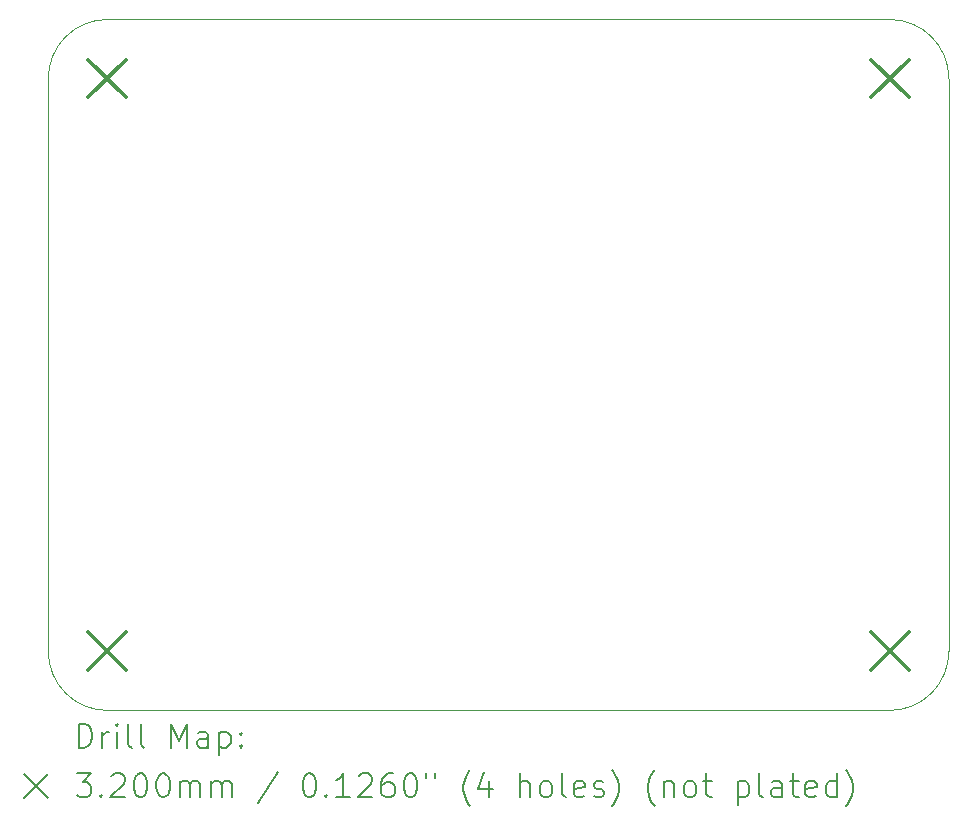
<source format=gbr>
%TF.GenerationSoftware,KiCad,Pcbnew,8.0.6*%
%TF.CreationDate,2024-12-25T20:40:00+07:00*%
%TF.ProjectId,Morphex-PCB,4d6f7270-6865-4782-9d50-43422e6b6963,rev?*%
%TF.SameCoordinates,Original*%
%TF.FileFunction,Drillmap*%
%TF.FilePolarity,Positive*%
%FSLAX45Y45*%
G04 Gerber Fmt 4.5, Leading zero omitted, Abs format (unit mm)*
G04 Created by KiCad (PCBNEW 8.0.6) date 2024-12-25 20:40:00*
%MOMM*%
%LPD*%
G01*
G04 APERTURE LIST*
%ADD10C,0.050000*%
%ADD11C,0.200000*%
%ADD12C,0.320000*%
G04 APERTURE END LIST*
D10*
X11750000Y-7750000D02*
X11750000Y-12600000D01*
X11750000Y-7750000D02*
G75*
G02*
X12250000Y-7250000I500000J0D01*
G01*
X18875000Y-7250000D02*
X12250000Y-7250000D01*
X12250000Y-13100000D02*
G75*
G02*
X11750000Y-12600000I0J500000D01*
G01*
X19375000Y-12600000D02*
G75*
G02*
X18875000Y-13100000I-500000J0D01*
G01*
X12250000Y-13100000D02*
X18875000Y-13100000D01*
X18875000Y-7250000D02*
G75*
G02*
X19375000Y-7750000I0J-500000D01*
G01*
X19375000Y-12600000D02*
X19375000Y-7750000D01*
D11*
D12*
X12090000Y-7590000D02*
X12410000Y-7910000D01*
X12410000Y-7590000D02*
X12090000Y-7910000D01*
X12090000Y-12440000D02*
X12410000Y-12760000D01*
X12410000Y-12440000D02*
X12090000Y-12760000D01*
X18715000Y-7590000D02*
X19035000Y-7910000D01*
X19035000Y-7590000D02*
X18715000Y-7910000D01*
X18715000Y-12440000D02*
X19035000Y-12760000D01*
X19035000Y-12440000D02*
X18715000Y-12760000D01*
D11*
X12008277Y-13413984D02*
X12008277Y-13213984D01*
X12008277Y-13213984D02*
X12055896Y-13213984D01*
X12055896Y-13213984D02*
X12084467Y-13223508D01*
X12084467Y-13223508D02*
X12103515Y-13242555D01*
X12103515Y-13242555D02*
X12113039Y-13261603D01*
X12113039Y-13261603D02*
X12122562Y-13299698D01*
X12122562Y-13299698D02*
X12122562Y-13328269D01*
X12122562Y-13328269D02*
X12113039Y-13366365D01*
X12113039Y-13366365D02*
X12103515Y-13385412D01*
X12103515Y-13385412D02*
X12084467Y-13404460D01*
X12084467Y-13404460D02*
X12055896Y-13413984D01*
X12055896Y-13413984D02*
X12008277Y-13413984D01*
X12208277Y-13413984D02*
X12208277Y-13280650D01*
X12208277Y-13318746D02*
X12217801Y-13299698D01*
X12217801Y-13299698D02*
X12227324Y-13290174D01*
X12227324Y-13290174D02*
X12246372Y-13280650D01*
X12246372Y-13280650D02*
X12265420Y-13280650D01*
X12332086Y-13413984D02*
X12332086Y-13280650D01*
X12332086Y-13213984D02*
X12322562Y-13223508D01*
X12322562Y-13223508D02*
X12332086Y-13233031D01*
X12332086Y-13233031D02*
X12341610Y-13223508D01*
X12341610Y-13223508D02*
X12332086Y-13213984D01*
X12332086Y-13213984D02*
X12332086Y-13233031D01*
X12455896Y-13413984D02*
X12436848Y-13404460D01*
X12436848Y-13404460D02*
X12427324Y-13385412D01*
X12427324Y-13385412D02*
X12427324Y-13213984D01*
X12560658Y-13413984D02*
X12541610Y-13404460D01*
X12541610Y-13404460D02*
X12532086Y-13385412D01*
X12532086Y-13385412D02*
X12532086Y-13213984D01*
X12789229Y-13413984D02*
X12789229Y-13213984D01*
X12789229Y-13213984D02*
X12855896Y-13356841D01*
X12855896Y-13356841D02*
X12922562Y-13213984D01*
X12922562Y-13213984D02*
X12922562Y-13413984D01*
X13103515Y-13413984D02*
X13103515Y-13309222D01*
X13103515Y-13309222D02*
X13093991Y-13290174D01*
X13093991Y-13290174D02*
X13074943Y-13280650D01*
X13074943Y-13280650D02*
X13036848Y-13280650D01*
X13036848Y-13280650D02*
X13017801Y-13290174D01*
X13103515Y-13404460D02*
X13084467Y-13413984D01*
X13084467Y-13413984D02*
X13036848Y-13413984D01*
X13036848Y-13413984D02*
X13017801Y-13404460D01*
X13017801Y-13404460D02*
X13008277Y-13385412D01*
X13008277Y-13385412D02*
X13008277Y-13366365D01*
X13008277Y-13366365D02*
X13017801Y-13347317D01*
X13017801Y-13347317D02*
X13036848Y-13337793D01*
X13036848Y-13337793D02*
X13084467Y-13337793D01*
X13084467Y-13337793D02*
X13103515Y-13328269D01*
X13198753Y-13280650D02*
X13198753Y-13480650D01*
X13198753Y-13290174D02*
X13217801Y-13280650D01*
X13217801Y-13280650D02*
X13255896Y-13280650D01*
X13255896Y-13280650D02*
X13274943Y-13290174D01*
X13274943Y-13290174D02*
X13284467Y-13299698D01*
X13284467Y-13299698D02*
X13293991Y-13318746D01*
X13293991Y-13318746D02*
X13293991Y-13375888D01*
X13293991Y-13375888D02*
X13284467Y-13394936D01*
X13284467Y-13394936D02*
X13274943Y-13404460D01*
X13274943Y-13404460D02*
X13255896Y-13413984D01*
X13255896Y-13413984D02*
X13217801Y-13413984D01*
X13217801Y-13413984D02*
X13198753Y-13404460D01*
X13379705Y-13394936D02*
X13389229Y-13404460D01*
X13389229Y-13404460D02*
X13379705Y-13413984D01*
X13379705Y-13413984D02*
X13370182Y-13404460D01*
X13370182Y-13404460D02*
X13379705Y-13394936D01*
X13379705Y-13394936D02*
X13379705Y-13413984D01*
X13379705Y-13290174D02*
X13389229Y-13299698D01*
X13389229Y-13299698D02*
X13379705Y-13309222D01*
X13379705Y-13309222D02*
X13370182Y-13299698D01*
X13370182Y-13299698D02*
X13379705Y-13290174D01*
X13379705Y-13290174D02*
X13379705Y-13309222D01*
X11547500Y-13642500D02*
X11747500Y-13842500D01*
X11747500Y-13642500D02*
X11547500Y-13842500D01*
X11989229Y-13633984D02*
X12113039Y-13633984D01*
X12113039Y-13633984D02*
X12046372Y-13710174D01*
X12046372Y-13710174D02*
X12074943Y-13710174D01*
X12074943Y-13710174D02*
X12093991Y-13719698D01*
X12093991Y-13719698D02*
X12103515Y-13729222D01*
X12103515Y-13729222D02*
X12113039Y-13748269D01*
X12113039Y-13748269D02*
X12113039Y-13795888D01*
X12113039Y-13795888D02*
X12103515Y-13814936D01*
X12103515Y-13814936D02*
X12093991Y-13824460D01*
X12093991Y-13824460D02*
X12074943Y-13833984D01*
X12074943Y-13833984D02*
X12017801Y-13833984D01*
X12017801Y-13833984D02*
X11998753Y-13824460D01*
X11998753Y-13824460D02*
X11989229Y-13814936D01*
X12198753Y-13814936D02*
X12208277Y-13824460D01*
X12208277Y-13824460D02*
X12198753Y-13833984D01*
X12198753Y-13833984D02*
X12189229Y-13824460D01*
X12189229Y-13824460D02*
X12198753Y-13814936D01*
X12198753Y-13814936D02*
X12198753Y-13833984D01*
X12284467Y-13653031D02*
X12293991Y-13643508D01*
X12293991Y-13643508D02*
X12313039Y-13633984D01*
X12313039Y-13633984D02*
X12360658Y-13633984D01*
X12360658Y-13633984D02*
X12379705Y-13643508D01*
X12379705Y-13643508D02*
X12389229Y-13653031D01*
X12389229Y-13653031D02*
X12398753Y-13672079D01*
X12398753Y-13672079D02*
X12398753Y-13691127D01*
X12398753Y-13691127D02*
X12389229Y-13719698D01*
X12389229Y-13719698D02*
X12274943Y-13833984D01*
X12274943Y-13833984D02*
X12398753Y-13833984D01*
X12522562Y-13633984D02*
X12541610Y-13633984D01*
X12541610Y-13633984D02*
X12560658Y-13643508D01*
X12560658Y-13643508D02*
X12570182Y-13653031D01*
X12570182Y-13653031D02*
X12579705Y-13672079D01*
X12579705Y-13672079D02*
X12589229Y-13710174D01*
X12589229Y-13710174D02*
X12589229Y-13757793D01*
X12589229Y-13757793D02*
X12579705Y-13795888D01*
X12579705Y-13795888D02*
X12570182Y-13814936D01*
X12570182Y-13814936D02*
X12560658Y-13824460D01*
X12560658Y-13824460D02*
X12541610Y-13833984D01*
X12541610Y-13833984D02*
X12522562Y-13833984D01*
X12522562Y-13833984D02*
X12503515Y-13824460D01*
X12503515Y-13824460D02*
X12493991Y-13814936D01*
X12493991Y-13814936D02*
X12484467Y-13795888D01*
X12484467Y-13795888D02*
X12474943Y-13757793D01*
X12474943Y-13757793D02*
X12474943Y-13710174D01*
X12474943Y-13710174D02*
X12484467Y-13672079D01*
X12484467Y-13672079D02*
X12493991Y-13653031D01*
X12493991Y-13653031D02*
X12503515Y-13643508D01*
X12503515Y-13643508D02*
X12522562Y-13633984D01*
X12713039Y-13633984D02*
X12732086Y-13633984D01*
X12732086Y-13633984D02*
X12751134Y-13643508D01*
X12751134Y-13643508D02*
X12760658Y-13653031D01*
X12760658Y-13653031D02*
X12770182Y-13672079D01*
X12770182Y-13672079D02*
X12779705Y-13710174D01*
X12779705Y-13710174D02*
X12779705Y-13757793D01*
X12779705Y-13757793D02*
X12770182Y-13795888D01*
X12770182Y-13795888D02*
X12760658Y-13814936D01*
X12760658Y-13814936D02*
X12751134Y-13824460D01*
X12751134Y-13824460D02*
X12732086Y-13833984D01*
X12732086Y-13833984D02*
X12713039Y-13833984D01*
X12713039Y-13833984D02*
X12693991Y-13824460D01*
X12693991Y-13824460D02*
X12684467Y-13814936D01*
X12684467Y-13814936D02*
X12674943Y-13795888D01*
X12674943Y-13795888D02*
X12665420Y-13757793D01*
X12665420Y-13757793D02*
X12665420Y-13710174D01*
X12665420Y-13710174D02*
X12674943Y-13672079D01*
X12674943Y-13672079D02*
X12684467Y-13653031D01*
X12684467Y-13653031D02*
X12693991Y-13643508D01*
X12693991Y-13643508D02*
X12713039Y-13633984D01*
X12865420Y-13833984D02*
X12865420Y-13700650D01*
X12865420Y-13719698D02*
X12874943Y-13710174D01*
X12874943Y-13710174D02*
X12893991Y-13700650D01*
X12893991Y-13700650D02*
X12922563Y-13700650D01*
X12922563Y-13700650D02*
X12941610Y-13710174D01*
X12941610Y-13710174D02*
X12951134Y-13729222D01*
X12951134Y-13729222D02*
X12951134Y-13833984D01*
X12951134Y-13729222D02*
X12960658Y-13710174D01*
X12960658Y-13710174D02*
X12979705Y-13700650D01*
X12979705Y-13700650D02*
X13008277Y-13700650D01*
X13008277Y-13700650D02*
X13027324Y-13710174D01*
X13027324Y-13710174D02*
X13036848Y-13729222D01*
X13036848Y-13729222D02*
X13036848Y-13833984D01*
X13132086Y-13833984D02*
X13132086Y-13700650D01*
X13132086Y-13719698D02*
X13141610Y-13710174D01*
X13141610Y-13710174D02*
X13160658Y-13700650D01*
X13160658Y-13700650D02*
X13189229Y-13700650D01*
X13189229Y-13700650D02*
X13208277Y-13710174D01*
X13208277Y-13710174D02*
X13217801Y-13729222D01*
X13217801Y-13729222D02*
X13217801Y-13833984D01*
X13217801Y-13729222D02*
X13227324Y-13710174D01*
X13227324Y-13710174D02*
X13246372Y-13700650D01*
X13246372Y-13700650D02*
X13274943Y-13700650D01*
X13274943Y-13700650D02*
X13293991Y-13710174D01*
X13293991Y-13710174D02*
X13303515Y-13729222D01*
X13303515Y-13729222D02*
X13303515Y-13833984D01*
X13693991Y-13624460D02*
X13522563Y-13881603D01*
X13951134Y-13633984D02*
X13970182Y-13633984D01*
X13970182Y-13633984D02*
X13989229Y-13643508D01*
X13989229Y-13643508D02*
X13998753Y-13653031D01*
X13998753Y-13653031D02*
X14008277Y-13672079D01*
X14008277Y-13672079D02*
X14017801Y-13710174D01*
X14017801Y-13710174D02*
X14017801Y-13757793D01*
X14017801Y-13757793D02*
X14008277Y-13795888D01*
X14008277Y-13795888D02*
X13998753Y-13814936D01*
X13998753Y-13814936D02*
X13989229Y-13824460D01*
X13989229Y-13824460D02*
X13970182Y-13833984D01*
X13970182Y-13833984D02*
X13951134Y-13833984D01*
X13951134Y-13833984D02*
X13932086Y-13824460D01*
X13932086Y-13824460D02*
X13922563Y-13814936D01*
X13922563Y-13814936D02*
X13913039Y-13795888D01*
X13913039Y-13795888D02*
X13903515Y-13757793D01*
X13903515Y-13757793D02*
X13903515Y-13710174D01*
X13903515Y-13710174D02*
X13913039Y-13672079D01*
X13913039Y-13672079D02*
X13922563Y-13653031D01*
X13922563Y-13653031D02*
X13932086Y-13643508D01*
X13932086Y-13643508D02*
X13951134Y-13633984D01*
X14103515Y-13814936D02*
X14113039Y-13824460D01*
X14113039Y-13824460D02*
X14103515Y-13833984D01*
X14103515Y-13833984D02*
X14093991Y-13824460D01*
X14093991Y-13824460D02*
X14103515Y-13814936D01*
X14103515Y-13814936D02*
X14103515Y-13833984D01*
X14303515Y-13833984D02*
X14189229Y-13833984D01*
X14246372Y-13833984D02*
X14246372Y-13633984D01*
X14246372Y-13633984D02*
X14227325Y-13662555D01*
X14227325Y-13662555D02*
X14208277Y-13681603D01*
X14208277Y-13681603D02*
X14189229Y-13691127D01*
X14379706Y-13653031D02*
X14389229Y-13643508D01*
X14389229Y-13643508D02*
X14408277Y-13633984D01*
X14408277Y-13633984D02*
X14455896Y-13633984D01*
X14455896Y-13633984D02*
X14474944Y-13643508D01*
X14474944Y-13643508D02*
X14484467Y-13653031D01*
X14484467Y-13653031D02*
X14493991Y-13672079D01*
X14493991Y-13672079D02*
X14493991Y-13691127D01*
X14493991Y-13691127D02*
X14484467Y-13719698D01*
X14484467Y-13719698D02*
X14370182Y-13833984D01*
X14370182Y-13833984D02*
X14493991Y-13833984D01*
X14665420Y-13633984D02*
X14627325Y-13633984D01*
X14627325Y-13633984D02*
X14608277Y-13643508D01*
X14608277Y-13643508D02*
X14598753Y-13653031D01*
X14598753Y-13653031D02*
X14579706Y-13681603D01*
X14579706Y-13681603D02*
X14570182Y-13719698D01*
X14570182Y-13719698D02*
X14570182Y-13795888D01*
X14570182Y-13795888D02*
X14579706Y-13814936D01*
X14579706Y-13814936D02*
X14589229Y-13824460D01*
X14589229Y-13824460D02*
X14608277Y-13833984D01*
X14608277Y-13833984D02*
X14646372Y-13833984D01*
X14646372Y-13833984D02*
X14665420Y-13824460D01*
X14665420Y-13824460D02*
X14674944Y-13814936D01*
X14674944Y-13814936D02*
X14684467Y-13795888D01*
X14684467Y-13795888D02*
X14684467Y-13748269D01*
X14684467Y-13748269D02*
X14674944Y-13729222D01*
X14674944Y-13729222D02*
X14665420Y-13719698D01*
X14665420Y-13719698D02*
X14646372Y-13710174D01*
X14646372Y-13710174D02*
X14608277Y-13710174D01*
X14608277Y-13710174D02*
X14589229Y-13719698D01*
X14589229Y-13719698D02*
X14579706Y-13729222D01*
X14579706Y-13729222D02*
X14570182Y-13748269D01*
X14808277Y-13633984D02*
X14827325Y-13633984D01*
X14827325Y-13633984D02*
X14846372Y-13643508D01*
X14846372Y-13643508D02*
X14855896Y-13653031D01*
X14855896Y-13653031D02*
X14865420Y-13672079D01*
X14865420Y-13672079D02*
X14874944Y-13710174D01*
X14874944Y-13710174D02*
X14874944Y-13757793D01*
X14874944Y-13757793D02*
X14865420Y-13795888D01*
X14865420Y-13795888D02*
X14855896Y-13814936D01*
X14855896Y-13814936D02*
X14846372Y-13824460D01*
X14846372Y-13824460D02*
X14827325Y-13833984D01*
X14827325Y-13833984D02*
X14808277Y-13833984D01*
X14808277Y-13833984D02*
X14789229Y-13824460D01*
X14789229Y-13824460D02*
X14779706Y-13814936D01*
X14779706Y-13814936D02*
X14770182Y-13795888D01*
X14770182Y-13795888D02*
X14760658Y-13757793D01*
X14760658Y-13757793D02*
X14760658Y-13710174D01*
X14760658Y-13710174D02*
X14770182Y-13672079D01*
X14770182Y-13672079D02*
X14779706Y-13653031D01*
X14779706Y-13653031D02*
X14789229Y-13643508D01*
X14789229Y-13643508D02*
X14808277Y-13633984D01*
X14951134Y-13633984D02*
X14951134Y-13672079D01*
X15027325Y-13633984D02*
X15027325Y-13672079D01*
X15322563Y-13910174D02*
X15313039Y-13900650D01*
X15313039Y-13900650D02*
X15293991Y-13872079D01*
X15293991Y-13872079D02*
X15284468Y-13853031D01*
X15284468Y-13853031D02*
X15274944Y-13824460D01*
X15274944Y-13824460D02*
X15265420Y-13776841D01*
X15265420Y-13776841D02*
X15265420Y-13738746D01*
X15265420Y-13738746D02*
X15274944Y-13691127D01*
X15274944Y-13691127D02*
X15284468Y-13662555D01*
X15284468Y-13662555D02*
X15293991Y-13643508D01*
X15293991Y-13643508D02*
X15313039Y-13614936D01*
X15313039Y-13614936D02*
X15322563Y-13605412D01*
X15484468Y-13700650D02*
X15484468Y-13833984D01*
X15436848Y-13624460D02*
X15389229Y-13767317D01*
X15389229Y-13767317D02*
X15513039Y-13767317D01*
X15741610Y-13833984D02*
X15741610Y-13633984D01*
X15827325Y-13833984D02*
X15827325Y-13729222D01*
X15827325Y-13729222D02*
X15817801Y-13710174D01*
X15817801Y-13710174D02*
X15798753Y-13700650D01*
X15798753Y-13700650D02*
X15770182Y-13700650D01*
X15770182Y-13700650D02*
X15751134Y-13710174D01*
X15751134Y-13710174D02*
X15741610Y-13719698D01*
X15951134Y-13833984D02*
X15932087Y-13824460D01*
X15932087Y-13824460D02*
X15922563Y-13814936D01*
X15922563Y-13814936D02*
X15913039Y-13795888D01*
X15913039Y-13795888D02*
X15913039Y-13738746D01*
X15913039Y-13738746D02*
X15922563Y-13719698D01*
X15922563Y-13719698D02*
X15932087Y-13710174D01*
X15932087Y-13710174D02*
X15951134Y-13700650D01*
X15951134Y-13700650D02*
X15979706Y-13700650D01*
X15979706Y-13700650D02*
X15998753Y-13710174D01*
X15998753Y-13710174D02*
X16008277Y-13719698D01*
X16008277Y-13719698D02*
X16017801Y-13738746D01*
X16017801Y-13738746D02*
X16017801Y-13795888D01*
X16017801Y-13795888D02*
X16008277Y-13814936D01*
X16008277Y-13814936D02*
X15998753Y-13824460D01*
X15998753Y-13824460D02*
X15979706Y-13833984D01*
X15979706Y-13833984D02*
X15951134Y-13833984D01*
X16132087Y-13833984D02*
X16113039Y-13824460D01*
X16113039Y-13824460D02*
X16103515Y-13805412D01*
X16103515Y-13805412D02*
X16103515Y-13633984D01*
X16284468Y-13824460D02*
X16265420Y-13833984D01*
X16265420Y-13833984D02*
X16227325Y-13833984D01*
X16227325Y-13833984D02*
X16208277Y-13824460D01*
X16208277Y-13824460D02*
X16198753Y-13805412D01*
X16198753Y-13805412D02*
X16198753Y-13729222D01*
X16198753Y-13729222D02*
X16208277Y-13710174D01*
X16208277Y-13710174D02*
X16227325Y-13700650D01*
X16227325Y-13700650D02*
X16265420Y-13700650D01*
X16265420Y-13700650D02*
X16284468Y-13710174D01*
X16284468Y-13710174D02*
X16293991Y-13729222D01*
X16293991Y-13729222D02*
X16293991Y-13748269D01*
X16293991Y-13748269D02*
X16198753Y-13767317D01*
X16370182Y-13824460D02*
X16389230Y-13833984D01*
X16389230Y-13833984D02*
X16427325Y-13833984D01*
X16427325Y-13833984D02*
X16446372Y-13824460D01*
X16446372Y-13824460D02*
X16455896Y-13805412D01*
X16455896Y-13805412D02*
X16455896Y-13795888D01*
X16455896Y-13795888D02*
X16446372Y-13776841D01*
X16446372Y-13776841D02*
X16427325Y-13767317D01*
X16427325Y-13767317D02*
X16398753Y-13767317D01*
X16398753Y-13767317D02*
X16379706Y-13757793D01*
X16379706Y-13757793D02*
X16370182Y-13738746D01*
X16370182Y-13738746D02*
X16370182Y-13729222D01*
X16370182Y-13729222D02*
X16379706Y-13710174D01*
X16379706Y-13710174D02*
X16398753Y-13700650D01*
X16398753Y-13700650D02*
X16427325Y-13700650D01*
X16427325Y-13700650D02*
X16446372Y-13710174D01*
X16522563Y-13910174D02*
X16532087Y-13900650D01*
X16532087Y-13900650D02*
X16551134Y-13872079D01*
X16551134Y-13872079D02*
X16560658Y-13853031D01*
X16560658Y-13853031D02*
X16570182Y-13824460D01*
X16570182Y-13824460D02*
X16579706Y-13776841D01*
X16579706Y-13776841D02*
X16579706Y-13738746D01*
X16579706Y-13738746D02*
X16570182Y-13691127D01*
X16570182Y-13691127D02*
X16560658Y-13662555D01*
X16560658Y-13662555D02*
X16551134Y-13643508D01*
X16551134Y-13643508D02*
X16532087Y-13614936D01*
X16532087Y-13614936D02*
X16522563Y-13605412D01*
X16884468Y-13910174D02*
X16874944Y-13900650D01*
X16874944Y-13900650D02*
X16855896Y-13872079D01*
X16855896Y-13872079D02*
X16846373Y-13853031D01*
X16846373Y-13853031D02*
X16836849Y-13824460D01*
X16836849Y-13824460D02*
X16827325Y-13776841D01*
X16827325Y-13776841D02*
X16827325Y-13738746D01*
X16827325Y-13738746D02*
X16836849Y-13691127D01*
X16836849Y-13691127D02*
X16846373Y-13662555D01*
X16846373Y-13662555D02*
X16855896Y-13643508D01*
X16855896Y-13643508D02*
X16874944Y-13614936D01*
X16874944Y-13614936D02*
X16884468Y-13605412D01*
X16960658Y-13700650D02*
X16960658Y-13833984D01*
X16960658Y-13719698D02*
X16970182Y-13710174D01*
X16970182Y-13710174D02*
X16989230Y-13700650D01*
X16989230Y-13700650D02*
X17017801Y-13700650D01*
X17017801Y-13700650D02*
X17036849Y-13710174D01*
X17036849Y-13710174D02*
X17046373Y-13729222D01*
X17046373Y-13729222D02*
X17046373Y-13833984D01*
X17170182Y-13833984D02*
X17151134Y-13824460D01*
X17151134Y-13824460D02*
X17141611Y-13814936D01*
X17141611Y-13814936D02*
X17132087Y-13795888D01*
X17132087Y-13795888D02*
X17132087Y-13738746D01*
X17132087Y-13738746D02*
X17141611Y-13719698D01*
X17141611Y-13719698D02*
X17151134Y-13710174D01*
X17151134Y-13710174D02*
X17170182Y-13700650D01*
X17170182Y-13700650D02*
X17198754Y-13700650D01*
X17198754Y-13700650D02*
X17217801Y-13710174D01*
X17217801Y-13710174D02*
X17227325Y-13719698D01*
X17227325Y-13719698D02*
X17236849Y-13738746D01*
X17236849Y-13738746D02*
X17236849Y-13795888D01*
X17236849Y-13795888D02*
X17227325Y-13814936D01*
X17227325Y-13814936D02*
X17217801Y-13824460D01*
X17217801Y-13824460D02*
X17198754Y-13833984D01*
X17198754Y-13833984D02*
X17170182Y-13833984D01*
X17293992Y-13700650D02*
X17370182Y-13700650D01*
X17322563Y-13633984D02*
X17322563Y-13805412D01*
X17322563Y-13805412D02*
X17332087Y-13824460D01*
X17332087Y-13824460D02*
X17351134Y-13833984D01*
X17351134Y-13833984D02*
X17370182Y-13833984D01*
X17589230Y-13700650D02*
X17589230Y-13900650D01*
X17589230Y-13710174D02*
X17608277Y-13700650D01*
X17608277Y-13700650D02*
X17646373Y-13700650D01*
X17646373Y-13700650D02*
X17665420Y-13710174D01*
X17665420Y-13710174D02*
X17674944Y-13719698D01*
X17674944Y-13719698D02*
X17684468Y-13738746D01*
X17684468Y-13738746D02*
X17684468Y-13795888D01*
X17684468Y-13795888D02*
X17674944Y-13814936D01*
X17674944Y-13814936D02*
X17665420Y-13824460D01*
X17665420Y-13824460D02*
X17646373Y-13833984D01*
X17646373Y-13833984D02*
X17608277Y-13833984D01*
X17608277Y-13833984D02*
X17589230Y-13824460D01*
X17798754Y-13833984D02*
X17779706Y-13824460D01*
X17779706Y-13824460D02*
X17770182Y-13805412D01*
X17770182Y-13805412D02*
X17770182Y-13633984D01*
X17960658Y-13833984D02*
X17960658Y-13729222D01*
X17960658Y-13729222D02*
X17951135Y-13710174D01*
X17951135Y-13710174D02*
X17932087Y-13700650D01*
X17932087Y-13700650D02*
X17893992Y-13700650D01*
X17893992Y-13700650D02*
X17874944Y-13710174D01*
X17960658Y-13824460D02*
X17941611Y-13833984D01*
X17941611Y-13833984D02*
X17893992Y-13833984D01*
X17893992Y-13833984D02*
X17874944Y-13824460D01*
X17874944Y-13824460D02*
X17865420Y-13805412D01*
X17865420Y-13805412D02*
X17865420Y-13786365D01*
X17865420Y-13786365D02*
X17874944Y-13767317D01*
X17874944Y-13767317D02*
X17893992Y-13757793D01*
X17893992Y-13757793D02*
X17941611Y-13757793D01*
X17941611Y-13757793D02*
X17960658Y-13748269D01*
X18027325Y-13700650D02*
X18103515Y-13700650D01*
X18055896Y-13633984D02*
X18055896Y-13805412D01*
X18055896Y-13805412D02*
X18065420Y-13824460D01*
X18065420Y-13824460D02*
X18084468Y-13833984D01*
X18084468Y-13833984D02*
X18103515Y-13833984D01*
X18246373Y-13824460D02*
X18227325Y-13833984D01*
X18227325Y-13833984D02*
X18189230Y-13833984D01*
X18189230Y-13833984D02*
X18170182Y-13824460D01*
X18170182Y-13824460D02*
X18160658Y-13805412D01*
X18160658Y-13805412D02*
X18160658Y-13729222D01*
X18160658Y-13729222D02*
X18170182Y-13710174D01*
X18170182Y-13710174D02*
X18189230Y-13700650D01*
X18189230Y-13700650D02*
X18227325Y-13700650D01*
X18227325Y-13700650D02*
X18246373Y-13710174D01*
X18246373Y-13710174D02*
X18255896Y-13729222D01*
X18255896Y-13729222D02*
X18255896Y-13748269D01*
X18255896Y-13748269D02*
X18160658Y-13767317D01*
X18427325Y-13833984D02*
X18427325Y-13633984D01*
X18427325Y-13824460D02*
X18408277Y-13833984D01*
X18408277Y-13833984D02*
X18370182Y-13833984D01*
X18370182Y-13833984D02*
X18351135Y-13824460D01*
X18351135Y-13824460D02*
X18341611Y-13814936D01*
X18341611Y-13814936D02*
X18332087Y-13795888D01*
X18332087Y-13795888D02*
X18332087Y-13738746D01*
X18332087Y-13738746D02*
X18341611Y-13719698D01*
X18341611Y-13719698D02*
X18351135Y-13710174D01*
X18351135Y-13710174D02*
X18370182Y-13700650D01*
X18370182Y-13700650D02*
X18408277Y-13700650D01*
X18408277Y-13700650D02*
X18427325Y-13710174D01*
X18503516Y-13910174D02*
X18513039Y-13900650D01*
X18513039Y-13900650D02*
X18532087Y-13872079D01*
X18532087Y-13872079D02*
X18541611Y-13853031D01*
X18541611Y-13853031D02*
X18551135Y-13824460D01*
X18551135Y-13824460D02*
X18560658Y-13776841D01*
X18560658Y-13776841D02*
X18560658Y-13738746D01*
X18560658Y-13738746D02*
X18551135Y-13691127D01*
X18551135Y-13691127D02*
X18541611Y-13662555D01*
X18541611Y-13662555D02*
X18532087Y-13643508D01*
X18532087Y-13643508D02*
X18513039Y-13614936D01*
X18513039Y-13614936D02*
X18503516Y-13605412D01*
M02*

</source>
